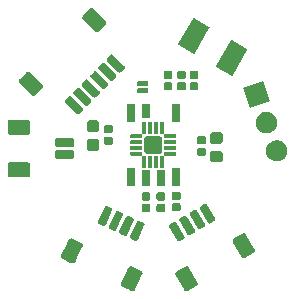
<source format=gbr>
%TF.GenerationSoftware,KiCad,Pcbnew,(5.1.5)-3*%
%TF.CreationDate,2021-10-31T01:47:11+08:00*%
%TF.ProjectId,STM32_FOC,53544d33-325f-4464-9f43-2e6b69636164,rev?*%
%TF.SameCoordinates,Original*%
%TF.FileFunction,Soldermask,Bot*%
%TF.FilePolarity,Negative*%
%FSLAX46Y46*%
G04 Gerber Fmt 4.6, Leading zero omitted, Abs format (unit mm)*
G04 Created by KiCad (PCBNEW (5.1.5)-3) date 2021-10-31 01:47:11*
%MOMM*%
%LPD*%
G04 APERTURE LIST*
%ADD10C,0.100000*%
G04 APERTURE END LIST*
D10*
G36*
X98181732Y-110282434D02*
G01*
X98228785Y-110298982D01*
X98282889Y-110324211D01*
X98941334Y-110631249D01*
X98941339Y-110631252D01*
X98965542Y-110642538D01*
X99008461Y-110667945D01*
X99043764Y-110699592D01*
X99072211Y-110737516D01*
X99092716Y-110780264D01*
X99104485Y-110826184D01*
X99107070Y-110873528D01*
X99100369Y-110920461D01*
X99083824Y-110967510D01*
X98741458Y-111701715D01*
X98497984Y-112223846D01*
X98497981Y-112223851D01*
X98486695Y-112248054D01*
X98461288Y-112290973D01*
X98429644Y-112326272D01*
X98391714Y-112354725D01*
X98348969Y-112375228D01*
X98303049Y-112386997D01*
X98255704Y-112389582D01*
X98208774Y-112382882D01*
X98161721Y-112366334D01*
X98057106Y-112317551D01*
X97449172Y-112034067D01*
X97449167Y-112034064D01*
X97424964Y-112022778D01*
X97382045Y-111997371D01*
X97346742Y-111965724D01*
X97318295Y-111927800D01*
X97297790Y-111885052D01*
X97286021Y-111839132D01*
X97283436Y-111791788D01*
X97290137Y-111744855D01*
X97306682Y-111697806D01*
X97713127Y-110826184D01*
X97892522Y-110441470D01*
X97892525Y-110441465D01*
X97903811Y-110417262D01*
X97929218Y-110374343D01*
X97960862Y-110339044D01*
X97998792Y-110310591D01*
X98041537Y-110290088D01*
X98087457Y-110278319D01*
X98134802Y-110275734D01*
X98181732Y-110282434D01*
G37*
G36*
X102874895Y-110271798D02*
G01*
X102919267Y-110288499D01*
X102959524Y-110313532D01*
X102994129Y-110345943D01*
X103023185Y-110386491D01*
X103036533Y-110409610D01*
X103036537Y-110409616D01*
X103716288Y-111586979D01*
X103716294Y-111586991D01*
X103729640Y-111610108D01*
X103750226Y-111655541D01*
X103760992Y-111701715D01*
X103762544Y-111749097D01*
X103754821Y-111795872D01*
X103738120Y-111840244D01*
X103713087Y-111880501D01*
X103680676Y-111915106D01*
X103640132Y-111944159D01*
X103617006Y-111957511D01*
X103617003Y-111957513D01*
X102959254Y-112337264D01*
X102936122Y-112350619D01*
X102890694Y-112371203D01*
X102844520Y-112381969D01*
X102797138Y-112383521D01*
X102750363Y-112375798D01*
X102705991Y-112359097D01*
X102665734Y-112334064D01*
X102631129Y-112301653D01*
X102602073Y-112261105D01*
X102588725Y-112237986D01*
X102588721Y-112237980D01*
X101908970Y-111060617D01*
X101908964Y-111060605D01*
X101895618Y-111037488D01*
X101875032Y-110992055D01*
X101864266Y-110945881D01*
X101862714Y-110898499D01*
X101870437Y-110851724D01*
X101887138Y-110807352D01*
X101912171Y-110767095D01*
X101944582Y-110732490D01*
X101985126Y-110703437D01*
X102008252Y-110690085D01*
X102008255Y-110690083D01*
X102666004Y-110310332D01*
X102666006Y-110310331D01*
X102689136Y-110296977D01*
X102734564Y-110276393D01*
X102780738Y-110265627D01*
X102828120Y-110264075D01*
X102874895Y-110271798D01*
G37*
G36*
X93106408Y-107915772D02*
G01*
X93153461Y-107932320D01*
X93181803Y-107945536D01*
X93866010Y-108264587D01*
X93866015Y-108264590D01*
X93890218Y-108275876D01*
X93933137Y-108301283D01*
X93968440Y-108332930D01*
X93996887Y-108370854D01*
X94017392Y-108413602D01*
X94029161Y-108459522D01*
X94031746Y-108506866D01*
X94025045Y-108553799D01*
X94008500Y-108600848D01*
X93655854Y-109357098D01*
X93422660Y-109857184D01*
X93422657Y-109857189D01*
X93411371Y-109881392D01*
X93385964Y-109924311D01*
X93354320Y-109959610D01*
X93316390Y-109988063D01*
X93273645Y-110008566D01*
X93227725Y-110020335D01*
X93180380Y-110022920D01*
X93133450Y-110016220D01*
X93086397Y-109999672D01*
X92989192Y-109954344D01*
X92373848Y-109667405D01*
X92373843Y-109667402D01*
X92349640Y-109656116D01*
X92306721Y-109630709D01*
X92271418Y-109599062D01*
X92242971Y-109561138D01*
X92222466Y-109518390D01*
X92210697Y-109472470D01*
X92208112Y-109425126D01*
X92214813Y-109378193D01*
X92231358Y-109331144D01*
X92679150Y-108370854D01*
X92817198Y-108074808D01*
X92817201Y-108074803D01*
X92828487Y-108050600D01*
X92853894Y-108007681D01*
X92885538Y-107972382D01*
X92923468Y-107943929D01*
X92966213Y-107923426D01*
X93012133Y-107911657D01*
X93059478Y-107909072D01*
X93106408Y-107915772D01*
G37*
G36*
X107724637Y-107471798D02*
G01*
X107769009Y-107488499D01*
X107809266Y-107513532D01*
X107843871Y-107545943D01*
X107872927Y-107586491D01*
X107886275Y-107609610D01*
X107886279Y-107609616D01*
X108566030Y-108786979D01*
X108566036Y-108786991D01*
X108579382Y-108810108D01*
X108599968Y-108855541D01*
X108610734Y-108901715D01*
X108612286Y-108949097D01*
X108604563Y-108995872D01*
X108587862Y-109040244D01*
X108562829Y-109080501D01*
X108530418Y-109115106D01*
X108489874Y-109144159D01*
X108466748Y-109157511D01*
X108466745Y-109157513D01*
X107808996Y-109537264D01*
X107785864Y-109550619D01*
X107740436Y-109571203D01*
X107694262Y-109581969D01*
X107646880Y-109583521D01*
X107600105Y-109575798D01*
X107555733Y-109559097D01*
X107515476Y-109534064D01*
X107480871Y-109501653D01*
X107451815Y-109461105D01*
X107438467Y-109437986D01*
X107438463Y-109437980D01*
X106758712Y-108260617D01*
X106758706Y-108260605D01*
X106745360Y-108237488D01*
X106724774Y-108192055D01*
X106714008Y-108145881D01*
X106712456Y-108098499D01*
X106720179Y-108051724D01*
X106736880Y-108007352D01*
X106761913Y-107967095D01*
X106794324Y-107932490D01*
X106834868Y-107903437D01*
X106857994Y-107890085D01*
X106857997Y-107890083D01*
X107515746Y-107510332D01*
X107515748Y-107510331D01*
X107538878Y-107496977D01*
X107584306Y-107476393D01*
X107630480Y-107465627D01*
X107677862Y-107464075D01*
X107724637Y-107471798D01*
G37*
G36*
X101875741Y-106487561D02*
G01*
X101903305Y-106497935D01*
X101928323Y-106513492D01*
X101949819Y-106533626D01*
X101968415Y-106559577D01*
X102641459Y-107725323D01*
X102654634Y-107754399D01*
X102661323Y-107783088D01*
X102662287Y-107812525D01*
X102657488Y-107841590D01*
X102647114Y-107869154D01*
X102631557Y-107894172D01*
X102611423Y-107915668D01*
X102585472Y-107934264D01*
X102565952Y-107945534D01*
X102565949Y-107945536D01*
X102261975Y-108121036D01*
X102261969Y-108121039D01*
X102242450Y-108132308D01*
X102213374Y-108145483D01*
X102184685Y-108152172D01*
X102155248Y-108153136D01*
X102126183Y-108148337D01*
X102098619Y-108137963D01*
X102073601Y-108122406D01*
X102052105Y-108102272D01*
X102033509Y-108076321D01*
X101360465Y-106910575D01*
X101347290Y-106881499D01*
X101340601Y-106852810D01*
X101339637Y-106823373D01*
X101344436Y-106794308D01*
X101354810Y-106766744D01*
X101370367Y-106741726D01*
X101390501Y-106720230D01*
X101416452Y-106701634D01*
X101435972Y-106690364D01*
X101435975Y-106690362D01*
X101739949Y-106514862D01*
X101739955Y-106514859D01*
X101759474Y-106503590D01*
X101788550Y-106490415D01*
X101817239Y-106483726D01*
X101846676Y-106482762D01*
X101875741Y-106487561D01*
G37*
G36*
X98794173Y-106428413D02*
G01*
X98824300Y-106439008D01*
X99183265Y-106606396D01*
X99210741Y-106622662D01*
X99232674Y-106642324D01*
X99250349Y-106665887D01*
X99263087Y-106692444D01*
X99270400Y-106720975D01*
X99272006Y-106750393D01*
X99267843Y-106779552D01*
X99257252Y-106809668D01*
X98688376Y-108029628D01*
X98672108Y-108057108D01*
X98652448Y-108079039D01*
X98628885Y-108096715D01*
X98602326Y-108109454D01*
X98573792Y-108116766D01*
X98544376Y-108118373D01*
X98515223Y-108114211D01*
X98485096Y-108103616D01*
X98126131Y-107936228D01*
X98098655Y-107919962D01*
X98076722Y-107900300D01*
X98059047Y-107876737D01*
X98046309Y-107850180D01*
X98038996Y-107821649D01*
X98037390Y-107792231D01*
X98041553Y-107763072D01*
X98052144Y-107732956D01*
X98621020Y-106512996D01*
X98637288Y-106485516D01*
X98656948Y-106463585D01*
X98680511Y-106445909D01*
X98707070Y-106433170D01*
X98735604Y-106425858D01*
X98765020Y-106424251D01*
X98794173Y-106428413D01*
G37*
G36*
X97887865Y-106005795D02*
G01*
X97917992Y-106016390D01*
X98276957Y-106183778D01*
X98304433Y-106200044D01*
X98326366Y-106219706D01*
X98344041Y-106243269D01*
X98356779Y-106269826D01*
X98364092Y-106298357D01*
X98365698Y-106327775D01*
X98361535Y-106356934D01*
X98350944Y-106387050D01*
X97782068Y-107607010D01*
X97765800Y-107634490D01*
X97746140Y-107656421D01*
X97722577Y-107674097D01*
X97696018Y-107686836D01*
X97667484Y-107694148D01*
X97638068Y-107695755D01*
X97608915Y-107691593D01*
X97578788Y-107680998D01*
X97219823Y-107513610D01*
X97192347Y-107497344D01*
X97170414Y-107477682D01*
X97152739Y-107454119D01*
X97140001Y-107427562D01*
X97132688Y-107399031D01*
X97131082Y-107369613D01*
X97135245Y-107340454D01*
X97145836Y-107310338D01*
X97714712Y-106090378D01*
X97730980Y-106062898D01*
X97750640Y-106040967D01*
X97774203Y-106023291D01*
X97800762Y-106010552D01*
X97829296Y-106003240D01*
X97858712Y-106001633D01*
X97887865Y-106005795D01*
G37*
G36*
X102741766Y-105987561D02*
G01*
X102769330Y-105997935D01*
X102794348Y-106013492D01*
X102815844Y-106033626D01*
X102834440Y-106059577D01*
X103507484Y-107225323D01*
X103520659Y-107254399D01*
X103527348Y-107283088D01*
X103528312Y-107312525D01*
X103523513Y-107341590D01*
X103513139Y-107369154D01*
X103497582Y-107394172D01*
X103477448Y-107415668D01*
X103451497Y-107434264D01*
X103431977Y-107445534D01*
X103431974Y-107445536D01*
X103128000Y-107621036D01*
X103127994Y-107621039D01*
X103108475Y-107632308D01*
X103079399Y-107645483D01*
X103050710Y-107652172D01*
X103021273Y-107653136D01*
X102992208Y-107648337D01*
X102964644Y-107637963D01*
X102939626Y-107622406D01*
X102918130Y-107602272D01*
X102899534Y-107576321D01*
X102226490Y-106410575D01*
X102213315Y-106381499D01*
X102206626Y-106352810D01*
X102205662Y-106323373D01*
X102210461Y-106294308D01*
X102220835Y-106266744D01*
X102236392Y-106241726D01*
X102256526Y-106220230D01*
X102282477Y-106201634D01*
X102301997Y-106190364D01*
X102302000Y-106190362D01*
X102605974Y-106014862D01*
X102605980Y-106014859D01*
X102625499Y-106003590D01*
X102654575Y-105990415D01*
X102683264Y-105983726D01*
X102712701Y-105982762D01*
X102741766Y-105987561D01*
G37*
G36*
X96981558Y-105583176D02*
G01*
X97011685Y-105593771D01*
X97370650Y-105761159D01*
X97398126Y-105777425D01*
X97420059Y-105797087D01*
X97437734Y-105820650D01*
X97450472Y-105847207D01*
X97457785Y-105875738D01*
X97459391Y-105905156D01*
X97455228Y-105934315D01*
X97444637Y-105964431D01*
X96875761Y-107184391D01*
X96859493Y-107211871D01*
X96839833Y-107233802D01*
X96816270Y-107251478D01*
X96789711Y-107264217D01*
X96761177Y-107271529D01*
X96731761Y-107273136D01*
X96702608Y-107268974D01*
X96672481Y-107258379D01*
X96313516Y-107090991D01*
X96286040Y-107074725D01*
X96264107Y-107055063D01*
X96246432Y-107031500D01*
X96233694Y-107004943D01*
X96226381Y-106976412D01*
X96224775Y-106946994D01*
X96228938Y-106917835D01*
X96239529Y-106887719D01*
X96808405Y-105667759D01*
X96824673Y-105640279D01*
X96844333Y-105618348D01*
X96867896Y-105600672D01*
X96894455Y-105587933D01*
X96922989Y-105580621D01*
X96952405Y-105579014D01*
X96981558Y-105583176D01*
G37*
G36*
X103607792Y-105487561D02*
G01*
X103635356Y-105497935D01*
X103660374Y-105513492D01*
X103681870Y-105533626D01*
X103700466Y-105559577D01*
X104373510Y-106725323D01*
X104386685Y-106754399D01*
X104393374Y-106783088D01*
X104394338Y-106812525D01*
X104389539Y-106841590D01*
X104379165Y-106869154D01*
X104363608Y-106894172D01*
X104343474Y-106915668D01*
X104317523Y-106934264D01*
X104298003Y-106945534D01*
X104298000Y-106945536D01*
X103994026Y-107121036D01*
X103994020Y-107121039D01*
X103974501Y-107132308D01*
X103945425Y-107145483D01*
X103916736Y-107152172D01*
X103887299Y-107153136D01*
X103858234Y-107148337D01*
X103830670Y-107137963D01*
X103805652Y-107122406D01*
X103784156Y-107102272D01*
X103765560Y-107076321D01*
X103092516Y-105910575D01*
X103079341Y-105881499D01*
X103072652Y-105852810D01*
X103071688Y-105823373D01*
X103076487Y-105794308D01*
X103086861Y-105766744D01*
X103102418Y-105741726D01*
X103122552Y-105720230D01*
X103148503Y-105701634D01*
X103168023Y-105690364D01*
X103168026Y-105690362D01*
X103472000Y-105514862D01*
X103472006Y-105514859D01*
X103491525Y-105503590D01*
X103520601Y-105490415D01*
X103549290Y-105483726D01*
X103578727Y-105482762D01*
X103607792Y-105487561D01*
G37*
G36*
X96075250Y-105160558D02*
G01*
X96105377Y-105171153D01*
X96464342Y-105338541D01*
X96491818Y-105354807D01*
X96513751Y-105374469D01*
X96531426Y-105398032D01*
X96544164Y-105424589D01*
X96551477Y-105453120D01*
X96553083Y-105482538D01*
X96548920Y-105511697D01*
X96538329Y-105541813D01*
X95969453Y-106761773D01*
X95953185Y-106789253D01*
X95933525Y-106811184D01*
X95909962Y-106828860D01*
X95883403Y-106841599D01*
X95854869Y-106848911D01*
X95825453Y-106850518D01*
X95796300Y-106846356D01*
X95766173Y-106835761D01*
X95407208Y-106668373D01*
X95379732Y-106652107D01*
X95357799Y-106632445D01*
X95340124Y-106608882D01*
X95327386Y-106582325D01*
X95320073Y-106553794D01*
X95318467Y-106524376D01*
X95322630Y-106495217D01*
X95333221Y-106465101D01*
X95902097Y-105245141D01*
X95918365Y-105217661D01*
X95938025Y-105195730D01*
X95961588Y-105178054D01*
X95988147Y-105165315D01*
X96016681Y-105158003D01*
X96046097Y-105156396D01*
X96075250Y-105160558D01*
G37*
G36*
X104473817Y-104987561D02*
G01*
X104501381Y-104997935D01*
X104526399Y-105013492D01*
X104547895Y-105033626D01*
X104566491Y-105059577D01*
X105239535Y-106225323D01*
X105252710Y-106254399D01*
X105259399Y-106283088D01*
X105260363Y-106312525D01*
X105255564Y-106341590D01*
X105245190Y-106369154D01*
X105229633Y-106394172D01*
X105209499Y-106415668D01*
X105183548Y-106434264D01*
X105164028Y-106445534D01*
X105164025Y-106445536D01*
X104860051Y-106621036D01*
X104860045Y-106621039D01*
X104840526Y-106632308D01*
X104811450Y-106645483D01*
X104782761Y-106652172D01*
X104753324Y-106653136D01*
X104724259Y-106648337D01*
X104696695Y-106637963D01*
X104671677Y-106622406D01*
X104650181Y-106602272D01*
X104631585Y-106576321D01*
X103958541Y-105410575D01*
X103945366Y-105381499D01*
X103938677Y-105352810D01*
X103937713Y-105323373D01*
X103942512Y-105294308D01*
X103952886Y-105266744D01*
X103968443Y-105241726D01*
X103988577Y-105220230D01*
X104014528Y-105201634D01*
X104034048Y-105190364D01*
X104034051Y-105190362D01*
X104338025Y-105014862D01*
X104338031Y-105014859D01*
X104357550Y-105003590D01*
X104386626Y-104990415D01*
X104415315Y-104983726D01*
X104444752Y-104982762D01*
X104473817Y-104987561D01*
G37*
G36*
X99651824Y-104992080D02*
G01*
X99679545Y-105000490D01*
X99705089Y-105014144D01*
X99727480Y-105032520D01*
X99745856Y-105054911D01*
X99759510Y-105080455D01*
X99767920Y-105108176D01*
X99771000Y-105139453D01*
X99771000Y-105530547D01*
X99767920Y-105561824D01*
X99759510Y-105589545D01*
X99745856Y-105615089D01*
X99727480Y-105637480D01*
X99705089Y-105655856D01*
X99679545Y-105669510D01*
X99651824Y-105677920D01*
X99620547Y-105681000D01*
X99179453Y-105681000D01*
X99148176Y-105677920D01*
X99120455Y-105669510D01*
X99094911Y-105655856D01*
X99072520Y-105637480D01*
X99054144Y-105615089D01*
X99040490Y-105589545D01*
X99032080Y-105561824D01*
X99029000Y-105530547D01*
X99029000Y-105139453D01*
X99032080Y-105108176D01*
X99040490Y-105080455D01*
X99054144Y-105054911D01*
X99072520Y-105032520D01*
X99094911Y-105014144D01*
X99120455Y-105000490D01*
X99148176Y-104992080D01*
X99179453Y-104989000D01*
X99620547Y-104989000D01*
X99651824Y-104992080D01*
G37*
G36*
X100901824Y-104992080D02*
G01*
X100929545Y-105000490D01*
X100955089Y-105014144D01*
X100977480Y-105032520D01*
X100995856Y-105054911D01*
X101009510Y-105080455D01*
X101017920Y-105108176D01*
X101021000Y-105139453D01*
X101021000Y-105530547D01*
X101017920Y-105561824D01*
X101009510Y-105589545D01*
X100995856Y-105615089D01*
X100977480Y-105637480D01*
X100955089Y-105655856D01*
X100929545Y-105669510D01*
X100901824Y-105677920D01*
X100870547Y-105681000D01*
X100429453Y-105681000D01*
X100398176Y-105677920D01*
X100370455Y-105669510D01*
X100344911Y-105655856D01*
X100322520Y-105637480D01*
X100304144Y-105615089D01*
X100290490Y-105589545D01*
X100282080Y-105561824D01*
X100279000Y-105530547D01*
X100279000Y-105139453D01*
X100282080Y-105108176D01*
X100290490Y-105080455D01*
X100304144Y-105054911D01*
X100322520Y-105032520D01*
X100344911Y-105014144D01*
X100370455Y-105000490D01*
X100398176Y-104992080D01*
X100429453Y-104989000D01*
X100870547Y-104989000D01*
X100901824Y-104992080D01*
G37*
G36*
X102201824Y-104942080D02*
G01*
X102229545Y-104950490D01*
X102255089Y-104964144D01*
X102277480Y-104982520D01*
X102295856Y-105004911D01*
X102309510Y-105030455D01*
X102317920Y-105058176D01*
X102321000Y-105089453D01*
X102321000Y-105480547D01*
X102317920Y-105511824D01*
X102309510Y-105539545D01*
X102295856Y-105565089D01*
X102277480Y-105587480D01*
X102255089Y-105605856D01*
X102229545Y-105619510D01*
X102201824Y-105627920D01*
X102170547Y-105631000D01*
X101729453Y-105631000D01*
X101698176Y-105627920D01*
X101670455Y-105619510D01*
X101644911Y-105605856D01*
X101622520Y-105587480D01*
X101604144Y-105565089D01*
X101590490Y-105539545D01*
X101582080Y-105511824D01*
X101579000Y-105480547D01*
X101579000Y-105089453D01*
X101582080Y-105058176D01*
X101590490Y-105030455D01*
X101604144Y-105004911D01*
X101622520Y-104982520D01*
X101644911Y-104964144D01*
X101670455Y-104950490D01*
X101698176Y-104942080D01*
X101729453Y-104939000D01*
X102170547Y-104939000D01*
X102201824Y-104942080D01*
G37*
G36*
X99651824Y-104022080D02*
G01*
X99679545Y-104030490D01*
X99705089Y-104044144D01*
X99727480Y-104062520D01*
X99745856Y-104084911D01*
X99759510Y-104110455D01*
X99767920Y-104138176D01*
X99771000Y-104169453D01*
X99771000Y-104560547D01*
X99767920Y-104591824D01*
X99759510Y-104619545D01*
X99745856Y-104645089D01*
X99727480Y-104667480D01*
X99705089Y-104685856D01*
X99679545Y-104699510D01*
X99651824Y-104707920D01*
X99620547Y-104711000D01*
X99179453Y-104711000D01*
X99148176Y-104707920D01*
X99120455Y-104699510D01*
X99094911Y-104685856D01*
X99072520Y-104667480D01*
X99054144Y-104645089D01*
X99040490Y-104619545D01*
X99032080Y-104591824D01*
X99029000Y-104560547D01*
X99029000Y-104169453D01*
X99032080Y-104138176D01*
X99040490Y-104110455D01*
X99054144Y-104084911D01*
X99072520Y-104062520D01*
X99094911Y-104044144D01*
X99120455Y-104030490D01*
X99148176Y-104022080D01*
X99179453Y-104019000D01*
X99620547Y-104019000D01*
X99651824Y-104022080D01*
G37*
G36*
X100901824Y-104022080D02*
G01*
X100929545Y-104030490D01*
X100955089Y-104044144D01*
X100977480Y-104062520D01*
X100995856Y-104084911D01*
X101009510Y-104110455D01*
X101017920Y-104138176D01*
X101021000Y-104169453D01*
X101021000Y-104560547D01*
X101017920Y-104591824D01*
X101009510Y-104619545D01*
X100995856Y-104645089D01*
X100977480Y-104667480D01*
X100955089Y-104685856D01*
X100929545Y-104699510D01*
X100901824Y-104707920D01*
X100870547Y-104711000D01*
X100429453Y-104711000D01*
X100398176Y-104707920D01*
X100370455Y-104699510D01*
X100344911Y-104685856D01*
X100322520Y-104667480D01*
X100304144Y-104645089D01*
X100290490Y-104619545D01*
X100282080Y-104591824D01*
X100279000Y-104560547D01*
X100279000Y-104169453D01*
X100282080Y-104138176D01*
X100290490Y-104110455D01*
X100304144Y-104084911D01*
X100322520Y-104062520D01*
X100344911Y-104044144D01*
X100370455Y-104030490D01*
X100398176Y-104022080D01*
X100429453Y-104019000D01*
X100870547Y-104019000D01*
X100901824Y-104022080D01*
G37*
G36*
X102201824Y-103972080D02*
G01*
X102229545Y-103980490D01*
X102255089Y-103994144D01*
X102277480Y-104012520D01*
X102295856Y-104034911D01*
X102309510Y-104060455D01*
X102317920Y-104088176D01*
X102321000Y-104119453D01*
X102321000Y-104510547D01*
X102317920Y-104541824D01*
X102309510Y-104569545D01*
X102295856Y-104595089D01*
X102277480Y-104617480D01*
X102255089Y-104635856D01*
X102229545Y-104649510D01*
X102201824Y-104657920D01*
X102170547Y-104661000D01*
X101729453Y-104661000D01*
X101698176Y-104657920D01*
X101670455Y-104649510D01*
X101644911Y-104635856D01*
X101622520Y-104617480D01*
X101604144Y-104595089D01*
X101590490Y-104569545D01*
X101582080Y-104541824D01*
X101579000Y-104510547D01*
X101579000Y-104119453D01*
X101582080Y-104088176D01*
X101590490Y-104060455D01*
X101604144Y-104034911D01*
X101622520Y-104012520D01*
X101644911Y-103994144D01*
X101670455Y-103980490D01*
X101698176Y-103972080D01*
X101729453Y-103969000D01*
X102170547Y-103969000D01*
X102201824Y-103972080D01*
G37*
G36*
X100986000Y-103451000D02*
G01*
X100284000Y-103451000D01*
X100284000Y-102149000D01*
X100986000Y-102149000D01*
X100986000Y-103451000D01*
G37*
G36*
X99716000Y-103451000D02*
G01*
X99014000Y-103451000D01*
X99014000Y-102149000D01*
X99716000Y-102149000D01*
X99716000Y-103451000D01*
G37*
G36*
X98446000Y-103451000D02*
G01*
X97744000Y-103451000D01*
X97744000Y-101949000D01*
X98446000Y-101949000D01*
X98446000Y-103451000D01*
G37*
G36*
X102256000Y-103451000D02*
G01*
X101554000Y-103451000D01*
X101554000Y-101949000D01*
X102256000Y-101949000D01*
X102256000Y-103451000D01*
G37*
G36*
X89381097Y-101453888D02*
G01*
X89426465Y-101467650D01*
X89468276Y-101490000D01*
X89504924Y-101520076D01*
X89535000Y-101556724D01*
X89557350Y-101598535D01*
X89571112Y-101643903D01*
X89576000Y-101693537D01*
X89576000Y-102506463D01*
X89571112Y-102556097D01*
X89557350Y-102601465D01*
X89535000Y-102643276D01*
X89504924Y-102679924D01*
X89468276Y-102710000D01*
X89426465Y-102732350D01*
X89381097Y-102746112D01*
X89331463Y-102751000D01*
X87918537Y-102751000D01*
X87868903Y-102746112D01*
X87823535Y-102732350D01*
X87781724Y-102710000D01*
X87745076Y-102679924D01*
X87715000Y-102643276D01*
X87692650Y-102601465D01*
X87678888Y-102556097D01*
X87674000Y-102506463D01*
X87674000Y-101693537D01*
X87678888Y-101643903D01*
X87692650Y-101598535D01*
X87715000Y-101556724D01*
X87745076Y-101520076D01*
X87781724Y-101490000D01*
X87823535Y-101467650D01*
X87868903Y-101453888D01*
X87918537Y-101449000D01*
X89331463Y-101449000D01*
X89381097Y-101453888D01*
G37*
G36*
X100875240Y-100950447D02*
G01*
X100888562Y-100954489D01*
X100894649Y-100957010D01*
X100904262Y-100958923D01*
X100914064Y-100958923D01*
X100916576Y-100958424D01*
X100916077Y-100960932D01*
X100916077Y-100970734D01*
X100917988Y-100980347D01*
X100920512Y-100986439D01*
X100924553Y-100999760D01*
X100926000Y-101014453D01*
X100926000Y-101860547D01*
X100924553Y-101875240D01*
X100920980Y-101887019D01*
X100915182Y-101897865D01*
X100907376Y-101907376D01*
X100897865Y-101915182D01*
X100887019Y-101920980D01*
X100875240Y-101924553D01*
X100860547Y-101926000D01*
X100639453Y-101926000D01*
X100624760Y-101924553D01*
X100612981Y-101920980D01*
X100602135Y-101915182D01*
X100592624Y-101907376D01*
X100584818Y-101897865D01*
X100579020Y-101887019D01*
X100575447Y-101875240D01*
X100574000Y-101860547D01*
X100574000Y-101014453D01*
X100575447Y-100999760D01*
X100579020Y-100987981D01*
X100584818Y-100977135D01*
X100592624Y-100967624D01*
X100602135Y-100959818D01*
X100612981Y-100954020D01*
X100624760Y-100950447D01*
X100639453Y-100949000D01*
X100860547Y-100949000D01*
X100875240Y-100950447D01*
G37*
G36*
X100375240Y-100950447D02*
G01*
X100387019Y-100954020D01*
X100397865Y-100959818D01*
X100407376Y-100967624D01*
X100415182Y-100977135D01*
X100420980Y-100987981D01*
X100424553Y-100999760D01*
X100426000Y-101014453D01*
X100426000Y-101860547D01*
X100424553Y-101875240D01*
X100420980Y-101887019D01*
X100415182Y-101897865D01*
X100407376Y-101907376D01*
X100397865Y-101915182D01*
X100387019Y-101920980D01*
X100375240Y-101924553D01*
X100360547Y-101926000D01*
X100139453Y-101926000D01*
X100124760Y-101924553D01*
X100112981Y-101920980D01*
X100102135Y-101915182D01*
X100092624Y-101907376D01*
X100084818Y-101897865D01*
X100079020Y-101887019D01*
X100075447Y-101875240D01*
X100074000Y-101860547D01*
X100074000Y-101014453D01*
X100075447Y-100999760D01*
X100079020Y-100987981D01*
X100084818Y-100977135D01*
X100092624Y-100967624D01*
X100102135Y-100959818D01*
X100112981Y-100954020D01*
X100124760Y-100950447D01*
X100139453Y-100949000D01*
X100360547Y-100949000D01*
X100375240Y-100950447D01*
G37*
G36*
X99375240Y-100950447D02*
G01*
X99387019Y-100954020D01*
X99397865Y-100959818D01*
X99407376Y-100967624D01*
X99415182Y-100977135D01*
X99420980Y-100987981D01*
X99424553Y-100999760D01*
X99426000Y-101014453D01*
X99426000Y-101860547D01*
X99424553Y-101875240D01*
X99420980Y-101887019D01*
X99415182Y-101897865D01*
X99407376Y-101907376D01*
X99397865Y-101915182D01*
X99387019Y-101920980D01*
X99375240Y-101924553D01*
X99360547Y-101926000D01*
X99139453Y-101926000D01*
X99124760Y-101924553D01*
X99112981Y-101920980D01*
X99102135Y-101915182D01*
X99092624Y-101907376D01*
X99084818Y-101897865D01*
X99079020Y-101887019D01*
X99075447Y-101875240D01*
X99074000Y-101860547D01*
X99074000Y-101014453D01*
X99075447Y-100999760D01*
X99079489Y-100986438D01*
X99082010Y-100980351D01*
X99083923Y-100970738D01*
X99083923Y-100960936D01*
X99083424Y-100958424D01*
X99085932Y-100958923D01*
X99095734Y-100958923D01*
X99105347Y-100957012D01*
X99111439Y-100954488D01*
X99124760Y-100950447D01*
X99139453Y-100949000D01*
X99360547Y-100949000D01*
X99375240Y-100950447D01*
G37*
G36*
X99875240Y-100950447D02*
G01*
X99887019Y-100954020D01*
X99897865Y-100959818D01*
X99907376Y-100967624D01*
X99915182Y-100977135D01*
X99920980Y-100987981D01*
X99924553Y-100999760D01*
X99926000Y-101014453D01*
X99926000Y-101860547D01*
X99924553Y-101875240D01*
X99920980Y-101887019D01*
X99915182Y-101897865D01*
X99907376Y-101907376D01*
X99897865Y-101915182D01*
X99887019Y-101920980D01*
X99875240Y-101924553D01*
X99860547Y-101926000D01*
X99639453Y-101926000D01*
X99624760Y-101924553D01*
X99612981Y-101920980D01*
X99602135Y-101915182D01*
X99592624Y-101907376D01*
X99584818Y-101897865D01*
X99579020Y-101887019D01*
X99575447Y-101875240D01*
X99574000Y-101860547D01*
X99574000Y-101014453D01*
X99575447Y-100999760D01*
X99579020Y-100987981D01*
X99584818Y-100977135D01*
X99592624Y-100967624D01*
X99602135Y-100959818D01*
X99612981Y-100954020D01*
X99624760Y-100950447D01*
X99639453Y-100949000D01*
X99860547Y-100949000D01*
X99875240Y-100950447D01*
G37*
G36*
X105699477Y-100503450D02*
G01*
X105740559Y-100515912D01*
X105778424Y-100536152D01*
X105811612Y-100563388D01*
X105838848Y-100596576D01*
X105859088Y-100634441D01*
X105871550Y-100675523D01*
X105876000Y-100720704D01*
X105876000Y-101254296D01*
X105871550Y-101299477D01*
X105859088Y-101340559D01*
X105838848Y-101378424D01*
X105811612Y-101411612D01*
X105778424Y-101438848D01*
X105740559Y-101459088D01*
X105699477Y-101471550D01*
X105654296Y-101476000D01*
X105045704Y-101476000D01*
X105000523Y-101471550D01*
X104959441Y-101459088D01*
X104921576Y-101438848D01*
X104888388Y-101411612D01*
X104861152Y-101378424D01*
X104840912Y-101340559D01*
X104828450Y-101299477D01*
X104824000Y-101254296D01*
X104824000Y-100720704D01*
X104828450Y-100675523D01*
X104840912Y-100634441D01*
X104861152Y-100596576D01*
X104888388Y-100563388D01*
X104921576Y-100536152D01*
X104959441Y-100515912D01*
X105000523Y-100503450D01*
X105045704Y-100499000D01*
X105654296Y-100499000D01*
X105699477Y-100503450D01*
G37*
G36*
X110565996Y-99596576D02*
G01*
X110720274Y-99627263D01*
X110884246Y-99695183D01*
X111031816Y-99793786D01*
X111157315Y-99919285D01*
X111255918Y-100066855D01*
X111323838Y-100230827D01*
X111358462Y-100404898D01*
X111358462Y-100582380D01*
X111323838Y-100756451D01*
X111255918Y-100920423D01*
X111157315Y-101067993D01*
X111031816Y-101193492D01*
X110884246Y-101292095D01*
X110720274Y-101360015D01*
X110567888Y-101390326D01*
X110546204Y-101394639D01*
X110368720Y-101394639D01*
X110347036Y-101390326D01*
X110194650Y-101360015D01*
X110030678Y-101292095D01*
X109883108Y-101193492D01*
X109757609Y-101067993D01*
X109659006Y-100920423D01*
X109591086Y-100756451D01*
X109556462Y-100582380D01*
X109556462Y-100404898D01*
X109591086Y-100230827D01*
X109659006Y-100066855D01*
X109757609Y-99919285D01*
X109883108Y-99793786D01*
X110030678Y-99695183D01*
X110194650Y-99627263D01*
X110348928Y-99596576D01*
X110368720Y-99592639D01*
X110546204Y-99592639D01*
X110565996Y-99596576D01*
G37*
G36*
X93204814Y-100452129D02*
G01*
X93233000Y-100460679D01*
X93258978Y-100474565D01*
X93281748Y-100493252D01*
X93300435Y-100516022D01*
X93314321Y-100542000D01*
X93322871Y-100570186D01*
X93326000Y-100601954D01*
X93326000Y-100998046D01*
X93322871Y-101029814D01*
X93314321Y-101058000D01*
X93300435Y-101083978D01*
X93281748Y-101106748D01*
X93258978Y-101125435D01*
X93233000Y-101139321D01*
X93204814Y-101147871D01*
X93173046Y-101151000D01*
X91826954Y-101151000D01*
X91795186Y-101147871D01*
X91767000Y-101139321D01*
X91741022Y-101125435D01*
X91718252Y-101106748D01*
X91699565Y-101083978D01*
X91685679Y-101058000D01*
X91677129Y-101029814D01*
X91674000Y-100998046D01*
X91674000Y-100601954D01*
X91677129Y-100570186D01*
X91685679Y-100542000D01*
X91699565Y-100516022D01*
X91718252Y-100493252D01*
X91741022Y-100474565D01*
X91767000Y-100460679D01*
X91795186Y-100452129D01*
X91826954Y-100449000D01*
X93173046Y-100449000D01*
X93204814Y-100452129D01*
G37*
G36*
X104351824Y-100242080D02*
G01*
X104379545Y-100250490D01*
X104405089Y-100264144D01*
X104427480Y-100282520D01*
X104445856Y-100304911D01*
X104459510Y-100330455D01*
X104467920Y-100358176D01*
X104471000Y-100389453D01*
X104471000Y-100780547D01*
X104467920Y-100811824D01*
X104459510Y-100839545D01*
X104445856Y-100865089D01*
X104427480Y-100887480D01*
X104405089Y-100905856D01*
X104379545Y-100919510D01*
X104351824Y-100927920D01*
X104320547Y-100931000D01*
X103879453Y-100931000D01*
X103848176Y-100927920D01*
X103820455Y-100919510D01*
X103794911Y-100905856D01*
X103772520Y-100887480D01*
X103754144Y-100865089D01*
X103740490Y-100839545D01*
X103732080Y-100811824D01*
X103729000Y-100780547D01*
X103729000Y-100389453D01*
X103732080Y-100358176D01*
X103740490Y-100330455D01*
X103754144Y-100304911D01*
X103772520Y-100282520D01*
X103794911Y-100264144D01*
X103820455Y-100250490D01*
X103848176Y-100242080D01*
X103879453Y-100239000D01*
X104320547Y-100239000D01*
X104351824Y-100242080D01*
G37*
G36*
X101875240Y-100575447D02*
G01*
X101887019Y-100579020D01*
X101897865Y-100584818D01*
X101907376Y-100592624D01*
X101915182Y-100602135D01*
X101920980Y-100612981D01*
X101924553Y-100624760D01*
X101926000Y-100639453D01*
X101926000Y-100860547D01*
X101924553Y-100875240D01*
X101920980Y-100887019D01*
X101915182Y-100897865D01*
X101907376Y-100907376D01*
X101897865Y-100915182D01*
X101887019Y-100920980D01*
X101875240Y-100924553D01*
X101860547Y-100926000D01*
X101014453Y-100926000D01*
X100999760Y-100924553D01*
X100986438Y-100920511D01*
X100980351Y-100917990D01*
X100970738Y-100916077D01*
X100960936Y-100916077D01*
X100958424Y-100916576D01*
X100958923Y-100914068D01*
X100958923Y-100904266D01*
X100957012Y-100894653D01*
X100954488Y-100888561D01*
X100950447Y-100875240D01*
X100949000Y-100860547D01*
X100949000Y-100639453D01*
X100950447Y-100624760D01*
X100954020Y-100612981D01*
X100959818Y-100602135D01*
X100967624Y-100592624D01*
X100977135Y-100584818D01*
X100987981Y-100579020D01*
X100999760Y-100575447D01*
X101014453Y-100574000D01*
X101860547Y-100574000D01*
X101875240Y-100575447D01*
G37*
G36*
X99000240Y-100575447D02*
G01*
X99012019Y-100579020D01*
X99022865Y-100584818D01*
X99032376Y-100592624D01*
X99040182Y-100602135D01*
X99045980Y-100612981D01*
X99049553Y-100624760D01*
X99051000Y-100639453D01*
X99051000Y-100860547D01*
X99049553Y-100875240D01*
X99045511Y-100888562D01*
X99042990Y-100894649D01*
X99041077Y-100904262D01*
X99041077Y-100914064D01*
X99041576Y-100916576D01*
X99039068Y-100916077D01*
X99029266Y-100916077D01*
X99019653Y-100917988D01*
X99013561Y-100920512D01*
X99000240Y-100924553D01*
X98985547Y-100926000D01*
X98139453Y-100926000D01*
X98124760Y-100924553D01*
X98112981Y-100920980D01*
X98102135Y-100915182D01*
X98092624Y-100907376D01*
X98084818Y-100897865D01*
X98079020Y-100887019D01*
X98075447Y-100875240D01*
X98074000Y-100860547D01*
X98074000Y-100639453D01*
X98075447Y-100624760D01*
X98079020Y-100612981D01*
X98084818Y-100602135D01*
X98092624Y-100592624D01*
X98102135Y-100584818D01*
X98112981Y-100579020D01*
X98124760Y-100575447D01*
X98139453Y-100574000D01*
X98985547Y-100574000D01*
X99000240Y-100575447D01*
G37*
G36*
X100569409Y-99253570D02*
G01*
X100611675Y-99266391D01*
X100650630Y-99287213D01*
X100684769Y-99315231D01*
X100712787Y-99349370D01*
X100733609Y-99388325D01*
X100746430Y-99430591D01*
X100751000Y-99476997D01*
X100751000Y-100523003D01*
X100746430Y-100569409D01*
X100733609Y-100611675D01*
X100712787Y-100650630D01*
X100684769Y-100684769D01*
X100650630Y-100712787D01*
X100611675Y-100733609D01*
X100569409Y-100746430D01*
X100523003Y-100751000D01*
X99476997Y-100751000D01*
X99430591Y-100746430D01*
X99388325Y-100733609D01*
X99349370Y-100712787D01*
X99315231Y-100684769D01*
X99287213Y-100650630D01*
X99266391Y-100611675D01*
X99253570Y-100569409D01*
X99249000Y-100523003D01*
X99249000Y-99476997D01*
X99253570Y-99430591D01*
X99266391Y-99388325D01*
X99287213Y-99349370D01*
X99315231Y-99315231D01*
X99349370Y-99287213D01*
X99388325Y-99266391D01*
X99430591Y-99253570D01*
X99476997Y-99249000D01*
X100523003Y-99249000D01*
X100569409Y-99253570D01*
G37*
G36*
X95249477Y-99503450D02*
G01*
X95290559Y-99515912D01*
X95328424Y-99536152D01*
X95361612Y-99563388D01*
X95388848Y-99596576D01*
X95409088Y-99634441D01*
X95421550Y-99675523D01*
X95426000Y-99720704D01*
X95426000Y-100254296D01*
X95421550Y-100299477D01*
X95409088Y-100340559D01*
X95388848Y-100378424D01*
X95361612Y-100411612D01*
X95328424Y-100438848D01*
X95290559Y-100459088D01*
X95249477Y-100471550D01*
X95204296Y-100476000D01*
X94595704Y-100476000D01*
X94550523Y-100471550D01*
X94509441Y-100459088D01*
X94471576Y-100438848D01*
X94438388Y-100411612D01*
X94411152Y-100378424D01*
X94390912Y-100340559D01*
X94378450Y-100299477D01*
X94374000Y-100254296D01*
X94374000Y-99720704D01*
X94378450Y-99675523D01*
X94390912Y-99634441D01*
X94411152Y-99596576D01*
X94438388Y-99563388D01*
X94471576Y-99536152D01*
X94509441Y-99515912D01*
X94550523Y-99503450D01*
X94595704Y-99499000D01*
X95204296Y-99499000D01*
X95249477Y-99503450D01*
G37*
G36*
X101875240Y-100075447D02*
G01*
X101887019Y-100079020D01*
X101897865Y-100084818D01*
X101907376Y-100092624D01*
X101915182Y-100102135D01*
X101920980Y-100112981D01*
X101924553Y-100124760D01*
X101926000Y-100139453D01*
X101926000Y-100360547D01*
X101924553Y-100375240D01*
X101920980Y-100387019D01*
X101915182Y-100397865D01*
X101907376Y-100407376D01*
X101897865Y-100415182D01*
X101887019Y-100420980D01*
X101875240Y-100424553D01*
X101860547Y-100426000D01*
X101014453Y-100426000D01*
X100999760Y-100424553D01*
X100987981Y-100420980D01*
X100977135Y-100415182D01*
X100967624Y-100407376D01*
X100959818Y-100397865D01*
X100954020Y-100387019D01*
X100950447Y-100375240D01*
X100949000Y-100360547D01*
X100949000Y-100139453D01*
X100950447Y-100124760D01*
X100954020Y-100112981D01*
X100959818Y-100102135D01*
X100967624Y-100092624D01*
X100977135Y-100084818D01*
X100987981Y-100079020D01*
X100999760Y-100075447D01*
X101014453Y-100074000D01*
X101860547Y-100074000D01*
X101875240Y-100075447D01*
G37*
G36*
X99000240Y-100075447D02*
G01*
X99012019Y-100079020D01*
X99022865Y-100084818D01*
X99032376Y-100092624D01*
X99040182Y-100102135D01*
X99045980Y-100112981D01*
X99049553Y-100124760D01*
X99051000Y-100139453D01*
X99051000Y-100360547D01*
X99049553Y-100375240D01*
X99045980Y-100387019D01*
X99040182Y-100397865D01*
X99032376Y-100407376D01*
X99022865Y-100415182D01*
X99012019Y-100420980D01*
X99000240Y-100424553D01*
X98985547Y-100426000D01*
X98139453Y-100426000D01*
X98124760Y-100424553D01*
X98112981Y-100420980D01*
X98102135Y-100415182D01*
X98092624Y-100407376D01*
X98084818Y-100397865D01*
X98079020Y-100387019D01*
X98075447Y-100375240D01*
X98074000Y-100360547D01*
X98074000Y-100139453D01*
X98075447Y-100124760D01*
X98079020Y-100112981D01*
X98084818Y-100102135D01*
X98092624Y-100092624D01*
X98102135Y-100084818D01*
X98112981Y-100079020D01*
X98124760Y-100075447D01*
X98139453Y-100074000D01*
X98985547Y-100074000D01*
X99000240Y-100075447D01*
G37*
G36*
X93204814Y-99452129D02*
G01*
X93233000Y-99460679D01*
X93258978Y-99474565D01*
X93281748Y-99493252D01*
X93300435Y-99516022D01*
X93314321Y-99542000D01*
X93322871Y-99570186D01*
X93326000Y-99601954D01*
X93326000Y-99998046D01*
X93322871Y-100029814D01*
X93314321Y-100058000D01*
X93300435Y-100083978D01*
X93281748Y-100106748D01*
X93258978Y-100125435D01*
X93233000Y-100139321D01*
X93204814Y-100147871D01*
X93173046Y-100151000D01*
X91826954Y-100151000D01*
X91795186Y-100147871D01*
X91767000Y-100139321D01*
X91741022Y-100125435D01*
X91718252Y-100106748D01*
X91699565Y-100083978D01*
X91685679Y-100058000D01*
X91677129Y-100029814D01*
X91674000Y-99998046D01*
X91674000Y-99601954D01*
X91677129Y-99570186D01*
X91685679Y-99542000D01*
X91699565Y-99516022D01*
X91718252Y-99493252D01*
X91741022Y-99474565D01*
X91767000Y-99460679D01*
X91795186Y-99452129D01*
X91826954Y-99449000D01*
X93173046Y-99449000D01*
X93204814Y-99452129D01*
G37*
G36*
X96451824Y-99292080D02*
G01*
X96479545Y-99300490D01*
X96505089Y-99314144D01*
X96527480Y-99332520D01*
X96545856Y-99354911D01*
X96559510Y-99380455D01*
X96567920Y-99408176D01*
X96571000Y-99439453D01*
X96571000Y-99830547D01*
X96567920Y-99861824D01*
X96559510Y-99889545D01*
X96545856Y-99915089D01*
X96527480Y-99937480D01*
X96505089Y-99955856D01*
X96479545Y-99969510D01*
X96451824Y-99977920D01*
X96420547Y-99981000D01*
X95979453Y-99981000D01*
X95948176Y-99977920D01*
X95920455Y-99969510D01*
X95894911Y-99955856D01*
X95872520Y-99937480D01*
X95854144Y-99915089D01*
X95840490Y-99889545D01*
X95832080Y-99861824D01*
X95829000Y-99830547D01*
X95829000Y-99439453D01*
X95832080Y-99408176D01*
X95840490Y-99380455D01*
X95854144Y-99354911D01*
X95872520Y-99332520D01*
X95894911Y-99314144D01*
X95920455Y-99300490D01*
X95948176Y-99292080D01*
X95979453Y-99289000D01*
X96420547Y-99289000D01*
X96451824Y-99292080D01*
G37*
G36*
X104351824Y-99272080D02*
G01*
X104379545Y-99280490D01*
X104405089Y-99294144D01*
X104427480Y-99312520D01*
X104445856Y-99334911D01*
X104459510Y-99360455D01*
X104467920Y-99388176D01*
X104471000Y-99419453D01*
X104471000Y-99810547D01*
X104467920Y-99841824D01*
X104459510Y-99869545D01*
X104445856Y-99895089D01*
X104427480Y-99917480D01*
X104405089Y-99935856D01*
X104379545Y-99949510D01*
X104351824Y-99957920D01*
X104320547Y-99961000D01*
X103879453Y-99961000D01*
X103848176Y-99957920D01*
X103820455Y-99949510D01*
X103794911Y-99935856D01*
X103772520Y-99917480D01*
X103754144Y-99895089D01*
X103740490Y-99869545D01*
X103732080Y-99841824D01*
X103729000Y-99810547D01*
X103729000Y-99419453D01*
X103732080Y-99388176D01*
X103740490Y-99360455D01*
X103754144Y-99334911D01*
X103772520Y-99312520D01*
X103794911Y-99294144D01*
X103820455Y-99280490D01*
X103848176Y-99272080D01*
X103879453Y-99269000D01*
X104320547Y-99269000D01*
X104351824Y-99272080D01*
G37*
G36*
X101875240Y-99575447D02*
G01*
X101887019Y-99579020D01*
X101897865Y-99584818D01*
X101907376Y-99592624D01*
X101915182Y-99602135D01*
X101920980Y-99612981D01*
X101924553Y-99624760D01*
X101926000Y-99639453D01*
X101926000Y-99860547D01*
X101924553Y-99875240D01*
X101920980Y-99887019D01*
X101915182Y-99897865D01*
X101907376Y-99907376D01*
X101897865Y-99915182D01*
X101887019Y-99920980D01*
X101875240Y-99924553D01*
X101860547Y-99926000D01*
X101014453Y-99926000D01*
X100999760Y-99924553D01*
X100987981Y-99920980D01*
X100977135Y-99915182D01*
X100967624Y-99907376D01*
X100959818Y-99897865D01*
X100954020Y-99887019D01*
X100950447Y-99875240D01*
X100949000Y-99860547D01*
X100949000Y-99639453D01*
X100950447Y-99624760D01*
X100954020Y-99612981D01*
X100959818Y-99602135D01*
X100967624Y-99592624D01*
X100977135Y-99584818D01*
X100987981Y-99579020D01*
X100999760Y-99575447D01*
X101014453Y-99574000D01*
X101860547Y-99574000D01*
X101875240Y-99575447D01*
G37*
G36*
X99000240Y-99575447D02*
G01*
X99012019Y-99579020D01*
X99022865Y-99584818D01*
X99032376Y-99592624D01*
X99040182Y-99602135D01*
X99045980Y-99612981D01*
X99049553Y-99624760D01*
X99051000Y-99639453D01*
X99051000Y-99860547D01*
X99049553Y-99875240D01*
X99045980Y-99887019D01*
X99040182Y-99897865D01*
X99032376Y-99907376D01*
X99022865Y-99915182D01*
X99012019Y-99920980D01*
X99000240Y-99924553D01*
X98985547Y-99926000D01*
X98139453Y-99926000D01*
X98124760Y-99924553D01*
X98112981Y-99920980D01*
X98102135Y-99915182D01*
X98092624Y-99907376D01*
X98084818Y-99897865D01*
X98079020Y-99887019D01*
X98075447Y-99875240D01*
X98074000Y-99860547D01*
X98074000Y-99639453D01*
X98075447Y-99624760D01*
X98079020Y-99612981D01*
X98084818Y-99602135D01*
X98092624Y-99592624D01*
X98102135Y-99584818D01*
X98112981Y-99579020D01*
X98124760Y-99575447D01*
X98139453Y-99574000D01*
X98985547Y-99574000D01*
X99000240Y-99575447D01*
G37*
G36*
X105699477Y-98928450D02*
G01*
X105740559Y-98940912D01*
X105778424Y-98961152D01*
X105811612Y-98988388D01*
X105838848Y-99021576D01*
X105859088Y-99059441D01*
X105871550Y-99100523D01*
X105876000Y-99145704D01*
X105876000Y-99679296D01*
X105871550Y-99724477D01*
X105859088Y-99765559D01*
X105838848Y-99803424D01*
X105811612Y-99836612D01*
X105778424Y-99863848D01*
X105740559Y-99884088D01*
X105699477Y-99896550D01*
X105654296Y-99901000D01*
X105045704Y-99901000D01*
X105000523Y-99896550D01*
X104959441Y-99884088D01*
X104921576Y-99863848D01*
X104888388Y-99836612D01*
X104861152Y-99803424D01*
X104840912Y-99765559D01*
X104828450Y-99724477D01*
X104824000Y-99679296D01*
X104824000Y-99145704D01*
X104828450Y-99100523D01*
X104840912Y-99059441D01*
X104861152Y-99021576D01*
X104888388Y-98988388D01*
X104921576Y-98961152D01*
X104959441Y-98940912D01*
X105000523Y-98928450D01*
X105045704Y-98924000D01*
X105654296Y-98924000D01*
X105699477Y-98928450D01*
G37*
G36*
X99000240Y-99075447D02*
G01*
X99013562Y-99079489D01*
X99019649Y-99082010D01*
X99029262Y-99083923D01*
X99039064Y-99083923D01*
X99041576Y-99083424D01*
X99041077Y-99085932D01*
X99041077Y-99095734D01*
X99042988Y-99105347D01*
X99045512Y-99111439D01*
X99049553Y-99124760D01*
X99051000Y-99139453D01*
X99051000Y-99360547D01*
X99049553Y-99375240D01*
X99045980Y-99387019D01*
X99040182Y-99397865D01*
X99032376Y-99407376D01*
X99022865Y-99415182D01*
X99012019Y-99420980D01*
X99000240Y-99424553D01*
X98985547Y-99426000D01*
X98139453Y-99426000D01*
X98124760Y-99424553D01*
X98112981Y-99420980D01*
X98102135Y-99415182D01*
X98092624Y-99407376D01*
X98084818Y-99397865D01*
X98079020Y-99387019D01*
X98075447Y-99375240D01*
X98074000Y-99360547D01*
X98074000Y-99139453D01*
X98075447Y-99124760D01*
X98079020Y-99112981D01*
X98084818Y-99102135D01*
X98092624Y-99092624D01*
X98102135Y-99084818D01*
X98112981Y-99079020D01*
X98124760Y-99075447D01*
X98139453Y-99074000D01*
X98985547Y-99074000D01*
X99000240Y-99075447D01*
G37*
G36*
X101875240Y-99075447D02*
G01*
X101887019Y-99079020D01*
X101897865Y-99084818D01*
X101907376Y-99092624D01*
X101915182Y-99102135D01*
X101920980Y-99112981D01*
X101924553Y-99124760D01*
X101926000Y-99139453D01*
X101926000Y-99360547D01*
X101924553Y-99375240D01*
X101920980Y-99387019D01*
X101915182Y-99397865D01*
X101907376Y-99407376D01*
X101897865Y-99415182D01*
X101887019Y-99420980D01*
X101875240Y-99424553D01*
X101860547Y-99426000D01*
X101014453Y-99426000D01*
X100999760Y-99424553D01*
X100987981Y-99420980D01*
X100977135Y-99415182D01*
X100967624Y-99407376D01*
X100959818Y-99397865D01*
X100954020Y-99387019D01*
X100950447Y-99375240D01*
X100949000Y-99360547D01*
X100949000Y-99139453D01*
X100950447Y-99124760D01*
X100954489Y-99111438D01*
X100957010Y-99105351D01*
X100958923Y-99095738D01*
X100958923Y-99085936D01*
X100958424Y-99083424D01*
X100960932Y-99083923D01*
X100970734Y-99083923D01*
X100980347Y-99082012D01*
X100986439Y-99079488D01*
X100999760Y-99075447D01*
X101014453Y-99074000D01*
X101860547Y-99074000D01*
X101875240Y-99075447D01*
G37*
G36*
X89381097Y-97853888D02*
G01*
X89426465Y-97867650D01*
X89468276Y-97890000D01*
X89504924Y-97920076D01*
X89535000Y-97956724D01*
X89557350Y-97998535D01*
X89571112Y-98043903D01*
X89576000Y-98093537D01*
X89576000Y-98906463D01*
X89571112Y-98956097D01*
X89557350Y-99001465D01*
X89535000Y-99043276D01*
X89504924Y-99079924D01*
X89468276Y-99110000D01*
X89426465Y-99132350D01*
X89381097Y-99146112D01*
X89331463Y-99151000D01*
X87918537Y-99151000D01*
X87868903Y-99146112D01*
X87823535Y-99132350D01*
X87781724Y-99110000D01*
X87745076Y-99079924D01*
X87715000Y-99043276D01*
X87692650Y-99001465D01*
X87678888Y-98956097D01*
X87674000Y-98906463D01*
X87674000Y-98093537D01*
X87678888Y-98043903D01*
X87692650Y-97998535D01*
X87715000Y-97956724D01*
X87745076Y-97920076D01*
X87781724Y-97890000D01*
X87823535Y-97867650D01*
X87868903Y-97853888D01*
X87918537Y-97849000D01*
X89331463Y-97849000D01*
X89381097Y-97853888D01*
G37*
G36*
X100875240Y-98075447D02*
G01*
X100887019Y-98079020D01*
X100897865Y-98084818D01*
X100907376Y-98092624D01*
X100915182Y-98102135D01*
X100920980Y-98112981D01*
X100924553Y-98124760D01*
X100926000Y-98139453D01*
X100926000Y-98985547D01*
X100924553Y-99000240D01*
X100920511Y-99013562D01*
X100917990Y-99019649D01*
X100916077Y-99029262D01*
X100916077Y-99039064D01*
X100916576Y-99041576D01*
X100914068Y-99041077D01*
X100904266Y-99041077D01*
X100894653Y-99042988D01*
X100888561Y-99045512D01*
X100875240Y-99049553D01*
X100860547Y-99051000D01*
X100639453Y-99051000D01*
X100624760Y-99049553D01*
X100612981Y-99045980D01*
X100602135Y-99040182D01*
X100592624Y-99032376D01*
X100584818Y-99022865D01*
X100579020Y-99012019D01*
X100575447Y-99000240D01*
X100574000Y-98985547D01*
X100574000Y-98139453D01*
X100575447Y-98124760D01*
X100579020Y-98112981D01*
X100584818Y-98102135D01*
X100592624Y-98092624D01*
X100602135Y-98084818D01*
X100612981Y-98079020D01*
X100624760Y-98075447D01*
X100639453Y-98074000D01*
X100860547Y-98074000D01*
X100875240Y-98075447D01*
G37*
G36*
X100375240Y-98075447D02*
G01*
X100387019Y-98079020D01*
X100397865Y-98084818D01*
X100407376Y-98092624D01*
X100415182Y-98102135D01*
X100420980Y-98112981D01*
X100424553Y-98124760D01*
X100426000Y-98139453D01*
X100426000Y-98985547D01*
X100424553Y-99000240D01*
X100420980Y-99012019D01*
X100415182Y-99022865D01*
X100407376Y-99032376D01*
X100397865Y-99040182D01*
X100387019Y-99045980D01*
X100375240Y-99049553D01*
X100360547Y-99051000D01*
X100139453Y-99051000D01*
X100124760Y-99049553D01*
X100112981Y-99045980D01*
X100102135Y-99040182D01*
X100092624Y-99032376D01*
X100084818Y-99022865D01*
X100079020Y-99012019D01*
X100075447Y-99000240D01*
X100074000Y-98985547D01*
X100074000Y-98139453D01*
X100075447Y-98124760D01*
X100079020Y-98112981D01*
X100084818Y-98102135D01*
X100092624Y-98092624D01*
X100102135Y-98084818D01*
X100112981Y-98079020D01*
X100124760Y-98075447D01*
X100139453Y-98074000D01*
X100360547Y-98074000D01*
X100375240Y-98075447D01*
G37*
G36*
X99375240Y-98075447D02*
G01*
X99387019Y-98079020D01*
X99397865Y-98084818D01*
X99407376Y-98092624D01*
X99415182Y-98102135D01*
X99420980Y-98112981D01*
X99424553Y-98124760D01*
X99426000Y-98139453D01*
X99426000Y-98985547D01*
X99424553Y-99000240D01*
X99420980Y-99012019D01*
X99415182Y-99022865D01*
X99407376Y-99032376D01*
X99397865Y-99040182D01*
X99387019Y-99045980D01*
X99375240Y-99049553D01*
X99360547Y-99051000D01*
X99139453Y-99051000D01*
X99124760Y-99049553D01*
X99111438Y-99045511D01*
X99105351Y-99042990D01*
X99095738Y-99041077D01*
X99085936Y-99041077D01*
X99083424Y-99041576D01*
X99083923Y-99039068D01*
X99083923Y-99029266D01*
X99082012Y-99019653D01*
X99079488Y-99013561D01*
X99075447Y-99000240D01*
X99074000Y-98985547D01*
X99074000Y-98139453D01*
X99075447Y-98124760D01*
X99079020Y-98112981D01*
X99084818Y-98102135D01*
X99092624Y-98092624D01*
X99102135Y-98084818D01*
X99112981Y-98079020D01*
X99124760Y-98075447D01*
X99139453Y-98074000D01*
X99360547Y-98074000D01*
X99375240Y-98075447D01*
G37*
G36*
X99875240Y-98075447D02*
G01*
X99887019Y-98079020D01*
X99897865Y-98084818D01*
X99907376Y-98092624D01*
X99915182Y-98102135D01*
X99920980Y-98112981D01*
X99924553Y-98124760D01*
X99926000Y-98139453D01*
X99926000Y-98985547D01*
X99924553Y-99000240D01*
X99920980Y-99012019D01*
X99915182Y-99022865D01*
X99907376Y-99032376D01*
X99897865Y-99040182D01*
X99887019Y-99045980D01*
X99875240Y-99049553D01*
X99860547Y-99051000D01*
X99639453Y-99051000D01*
X99624760Y-99049553D01*
X99612981Y-99045980D01*
X99602135Y-99040182D01*
X99592624Y-99032376D01*
X99584818Y-99022865D01*
X99579020Y-99012019D01*
X99575447Y-99000240D01*
X99574000Y-98985547D01*
X99574000Y-98139453D01*
X99575447Y-98124760D01*
X99579020Y-98112981D01*
X99584818Y-98102135D01*
X99592624Y-98092624D01*
X99602135Y-98084818D01*
X99612981Y-98079020D01*
X99624760Y-98075447D01*
X99639453Y-98074000D01*
X99860547Y-98074000D01*
X99875240Y-98075447D01*
G37*
G36*
X96451824Y-98322080D02*
G01*
X96479545Y-98330490D01*
X96505089Y-98344144D01*
X96527480Y-98362520D01*
X96545856Y-98384911D01*
X96559510Y-98410455D01*
X96567920Y-98438176D01*
X96571000Y-98469453D01*
X96571000Y-98860547D01*
X96567920Y-98891824D01*
X96559510Y-98919545D01*
X96545856Y-98945089D01*
X96527480Y-98967480D01*
X96505089Y-98985856D01*
X96479545Y-98999510D01*
X96451824Y-99007920D01*
X96420547Y-99011000D01*
X95979453Y-99011000D01*
X95948176Y-99007920D01*
X95920455Y-98999510D01*
X95894911Y-98985856D01*
X95872520Y-98967480D01*
X95854144Y-98945089D01*
X95840490Y-98919545D01*
X95832080Y-98891824D01*
X95829000Y-98860547D01*
X95829000Y-98469453D01*
X95832080Y-98438176D01*
X95840490Y-98410455D01*
X95854144Y-98384911D01*
X95872520Y-98362520D01*
X95894911Y-98344144D01*
X95920455Y-98330490D01*
X95948176Y-98322080D01*
X95979453Y-98319000D01*
X96420547Y-98319000D01*
X96451824Y-98322080D01*
G37*
G36*
X109699157Y-97210132D02*
G01*
X109851543Y-97240443D01*
X110015515Y-97308363D01*
X110163085Y-97406966D01*
X110288584Y-97532465D01*
X110387187Y-97680035D01*
X110455107Y-97844007D01*
X110489731Y-98018078D01*
X110489731Y-98195560D01*
X110455107Y-98369631D01*
X110387187Y-98533603D01*
X110288584Y-98681173D01*
X110163085Y-98806672D01*
X110015515Y-98905275D01*
X109851543Y-98973195D01*
X109699157Y-99003506D01*
X109677473Y-99007819D01*
X109499989Y-99007819D01*
X109478305Y-99003506D01*
X109325919Y-98973195D01*
X109161947Y-98905275D01*
X109014377Y-98806672D01*
X108888878Y-98681173D01*
X108790275Y-98533603D01*
X108722355Y-98369631D01*
X108687731Y-98195560D01*
X108687731Y-98018078D01*
X108722355Y-97844007D01*
X108790275Y-97680035D01*
X108888878Y-97532465D01*
X109014377Y-97406966D01*
X109161947Y-97308363D01*
X109325919Y-97240443D01*
X109478305Y-97210132D01*
X109499989Y-97205819D01*
X109677473Y-97205819D01*
X109699157Y-97210132D01*
G37*
G36*
X95249477Y-97928450D02*
G01*
X95290559Y-97940912D01*
X95328424Y-97961152D01*
X95361612Y-97988388D01*
X95388848Y-98021576D01*
X95409088Y-98059441D01*
X95421550Y-98100523D01*
X95426000Y-98145704D01*
X95426000Y-98679296D01*
X95421550Y-98724477D01*
X95409088Y-98765559D01*
X95388848Y-98803424D01*
X95361612Y-98836612D01*
X95328424Y-98863848D01*
X95290559Y-98884088D01*
X95249477Y-98896550D01*
X95204296Y-98901000D01*
X94595704Y-98901000D01*
X94550523Y-98896550D01*
X94509441Y-98884088D01*
X94471576Y-98863848D01*
X94438388Y-98836612D01*
X94411152Y-98803424D01*
X94390912Y-98765559D01*
X94378450Y-98724477D01*
X94374000Y-98679296D01*
X94374000Y-98145704D01*
X94378450Y-98100523D01*
X94390912Y-98059441D01*
X94411152Y-98021576D01*
X94438388Y-97988388D01*
X94471576Y-97961152D01*
X94509441Y-97940912D01*
X94550523Y-97928450D01*
X94595704Y-97924000D01*
X95204296Y-97924000D01*
X95249477Y-97928450D01*
G37*
G36*
X98446000Y-98051000D02*
G01*
X97744000Y-98051000D01*
X97744000Y-96549000D01*
X98446000Y-96549000D01*
X98446000Y-98051000D01*
G37*
G36*
X102256000Y-98051000D02*
G01*
X101554000Y-98051000D01*
X101554000Y-96549000D01*
X102256000Y-96549000D01*
X102256000Y-98051000D01*
G37*
G36*
X99716000Y-97751000D02*
G01*
X99014000Y-97751000D01*
X99014000Y-96549000D01*
X99716000Y-96549000D01*
X99716000Y-97751000D01*
G37*
G36*
X92989885Y-95865184D02*
G01*
X93018071Y-95873734D01*
X93044049Y-95887620D01*
X93068724Y-95907870D01*
X94020558Y-96859704D01*
X94040808Y-96884379D01*
X94054694Y-96910357D01*
X94063244Y-96938543D01*
X94066131Y-96967857D01*
X94063244Y-96997171D01*
X94054694Y-97025357D01*
X94040808Y-97051335D01*
X94020558Y-97076010D01*
X93740476Y-97356092D01*
X93715801Y-97376342D01*
X93689823Y-97390228D01*
X93661637Y-97398778D01*
X93632323Y-97401665D01*
X93603009Y-97398778D01*
X93574823Y-97390228D01*
X93548845Y-97376342D01*
X93524170Y-97356092D01*
X92572336Y-96404258D01*
X92552086Y-96379583D01*
X92538200Y-96353605D01*
X92529650Y-96325419D01*
X92526763Y-96296105D01*
X92529650Y-96266791D01*
X92538200Y-96238605D01*
X92552086Y-96212627D01*
X92572336Y-96187952D01*
X92852418Y-95907870D01*
X92877093Y-95887620D01*
X92903071Y-95873734D01*
X92931257Y-95865184D01*
X92960571Y-95862297D01*
X92989885Y-95865184D01*
G37*
G36*
X109874823Y-96258503D02*
G01*
X108181497Y-96874823D01*
X107565177Y-95181497D01*
X109258503Y-94565177D01*
X109874823Y-96258503D01*
G37*
G36*
X93696991Y-95158077D02*
G01*
X93725177Y-95166627D01*
X93751155Y-95180513D01*
X93775830Y-95200763D01*
X94727664Y-96152597D01*
X94747914Y-96177272D01*
X94761800Y-96203250D01*
X94770350Y-96231436D01*
X94773237Y-96260750D01*
X94770350Y-96290064D01*
X94761800Y-96318250D01*
X94747914Y-96344228D01*
X94727664Y-96368903D01*
X94447582Y-96648985D01*
X94422907Y-96669235D01*
X94396929Y-96683121D01*
X94368743Y-96691671D01*
X94339429Y-96694558D01*
X94310115Y-96691671D01*
X94281929Y-96683121D01*
X94255951Y-96669235D01*
X94231276Y-96648985D01*
X93279442Y-95697151D01*
X93259192Y-95672476D01*
X93245306Y-95646498D01*
X93236756Y-95618312D01*
X93233869Y-95588998D01*
X93236756Y-95559684D01*
X93245306Y-95531498D01*
X93259192Y-95505520D01*
X93279442Y-95480845D01*
X93559524Y-95200763D01*
X93584199Y-95180513D01*
X93610177Y-95166627D01*
X93638363Y-95158077D01*
X93667677Y-95155190D01*
X93696991Y-95158077D01*
G37*
G36*
X94404098Y-94450970D02*
G01*
X94432284Y-94459520D01*
X94458262Y-94473406D01*
X94482937Y-94493656D01*
X95434771Y-95445490D01*
X95455021Y-95470165D01*
X95468907Y-95496143D01*
X95477457Y-95524329D01*
X95480344Y-95553643D01*
X95477457Y-95582957D01*
X95468907Y-95611143D01*
X95455021Y-95637121D01*
X95434771Y-95661796D01*
X95154689Y-95941878D01*
X95130014Y-95962128D01*
X95104036Y-95976014D01*
X95075850Y-95984564D01*
X95046536Y-95987451D01*
X95017222Y-95984564D01*
X94989036Y-95976014D01*
X94963058Y-95962128D01*
X94938383Y-95941878D01*
X93986549Y-94990044D01*
X93966299Y-94965369D01*
X93952413Y-94939391D01*
X93943863Y-94911205D01*
X93940976Y-94881891D01*
X93943863Y-94852577D01*
X93952413Y-94824391D01*
X93966299Y-94798413D01*
X93986549Y-94773738D01*
X94266631Y-94493656D01*
X94291306Y-94473406D01*
X94317284Y-94459520D01*
X94345470Y-94450970D01*
X94374784Y-94448083D01*
X94404098Y-94450970D01*
G37*
G36*
X89472217Y-93783558D02*
G01*
X89517585Y-93797320D01*
X89559396Y-93819670D01*
X89597949Y-93851309D01*
X89616833Y-93870193D01*
X89616839Y-93870198D01*
X90578152Y-94831511D01*
X90578157Y-94831517D01*
X90597041Y-94850401D01*
X90628680Y-94888954D01*
X90651030Y-94930765D01*
X90664792Y-94976133D01*
X90669438Y-95023313D01*
X90664792Y-95070493D01*
X90651030Y-95115861D01*
X90628680Y-95157672D01*
X90597041Y-95196225D01*
X90578157Y-95215109D01*
X90578152Y-95215115D01*
X90041103Y-95752164D01*
X90041097Y-95752169D01*
X90022213Y-95771053D01*
X89983660Y-95802692D01*
X89941849Y-95825042D01*
X89896481Y-95838804D01*
X89849301Y-95843450D01*
X89802121Y-95838804D01*
X89756753Y-95825042D01*
X89714942Y-95802692D01*
X89676389Y-95771053D01*
X89657505Y-95752169D01*
X89657499Y-95752164D01*
X88696186Y-94790851D01*
X88696181Y-94790845D01*
X88677297Y-94771961D01*
X88645658Y-94733408D01*
X88623308Y-94691597D01*
X88609546Y-94646229D01*
X88604900Y-94599049D01*
X88609546Y-94551869D01*
X88623308Y-94506501D01*
X88645658Y-94464690D01*
X88677297Y-94426137D01*
X88696181Y-94407253D01*
X88696186Y-94407247D01*
X89233235Y-93870198D01*
X89233241Y-93870193D01*
X89252125Y-93851309D01*
X89290678Y-93819670D01*
X89332489Y-93797320D01*
X89377857Y-93783558D01*
X89425037Y-93778912D01*
X89472217Y-93783558D01*
G37*
G36*
X99490180Y-95200687D02*
G01*
X99504301Y-95204971D01*
X99517312Y-95211925D01*
X99528715Y-95221285D01*
X99538075Y-95232688D01*
X99545029Y-95245699D01*
X99549313Y-95259820D01*
X99551000Y-95276953D01*
X99551000Y-95523047D01*
X99549313Y-95540180D01*
X99545029Y-95554301D01*
X99538075Y-95567312D01*
X99528715Y-95578715D01*
X99517312Y-95588075D01*
X99504301Y-95595029D01*
X99490180Y-95599313D01*
X99473047Y-95601000D01*
X98726953Y-95601000D01*
X98709820Y-95599313D01*
X98695699Y-95595029D01*
X98682688Y-95588075D01*
X98671285Y-95578715D01*
X98661925Y-95567312D01*
X98654971Y-95554301D01*
X98650687Y-95540180D01*
X98649000Y-95523047D01*
X98649000Y-95276953D01*
X98650687Y-95259820D01*
X98654971Y-95245699D01*
X98661925Y-95232688D01*
X98671285Y-95221285D01*
X98682688Y-95211925D01*
X98695699Y-95204971D01*
X98709820Y-95200687D01*
X98726953Y-95199000D01*
X99473047Y-95199000D01*
X99490180Y-95200687D01*
G37*
G36*
X103701824Y-94692080D02*
G01*
X103729545Y-94700490D01*
X103755089Y-94714144D01*
X103777480Y-94732520D01*
X103795856Y-94754911D01*
X103809510Y-94780455D01*
X103817920Y-94808176D01*
X103821000Y-94839453D01*
X103821000Y-95230547D01*
X103817920Y-95261824D01*
X103809510Y-95289545D01*
X103795856Y-95315089D01*
X103777480Y-95337480D01*
X103755089Y-95355856D01*
X103729545Y-95369510D01*
X103701824Y-95377920D01*
X103670547Y-95381000D01*
X103229453Y-95381000D01*
X103198176Y-95377920D01*
X103170455Y-95369510D01*
X103144911Y-95355856D01*
X103122520Y-95337480D01*
X103104144Y-95315089D01*
X103090490Y-95289545D01*
X103082080Y-95261824D01*
X103079000Y-95230547D01*
X103079000Y-94839453D01*
X103082080Y-94808176D01*
X103090490Y-94780455D01*
X103104144Y-94754911D01*
X103122520Y-94732520D01*
X103144911Y-94714144D01*
X103170455Y-94700490D01*
X103198176Y-94692080D01*
X103229453Y-94689000D01*
X103670547Y-94689000D01*
X103701824Y-94692080D01*
G37*
G36*
X102651824Y-94692080D02*
G01*
X102679545Y-94700490D01*
X102705089Y-94714144D01*
X102727480Y-94732520D01*
X102745856Y-94754911D01*
X102759510Y-94780455D01*
X102767920Y-94808176D01*
X102771000Y-94839453D01*
X102771000Y-95230547D01*
X102767920Y-95261824D01*
X102759510Y-95289545D01*
X102745856Y-95315089D01*
X102727480Y-95337480D01*
X102705089Y-95355856D01*
X102679545Y-95369510D01*
X102651824Y-95377920D01*
X102620547Y-95381000D01*
X102179453Y-95381000D01*
X102148176Y-95377920D01*
X102120455Y-95369510D01*
X102094911Y-95355856D01*
X102072520Y-95337480D01*
X102054144Y-95315089D01*
X102040490Y-95289545D01*
X102032080Y-95261824D01*
X102029000Y-95230547D01*
X102029000Y-94839453D01*
X102032080Y-94808176D01*
X102040490Y-94780455D01*
X102054144Y-94754911D01*
X102072520Y-94732520D01*
X102094911Y-94714144D01*
X102120455Y-94700490D01*
X102148176Y-94692080D01*
X102179453Y-94689000D01*
X102620547Y-94689000D01*
X102651824Y-94692080D01*
G37*
G36*
X101501824Y-94692080D02*
G01*
X101529545Y-94700490D01*
X101555089Y-94714144D01*
X101577480Y-94732520D01*
X101595856Y-94754911D01*
X101609510Y-94780455D01*
X101617920Y-94808176D01*
X101621000Y-94839453D01*
X101621000Y-95230547D01*
X101617920Y-95261824D01*
X101609510Y-95289545D01*
X101595856Y-95315089D01*
X101577480Y-95337480D01*
X101555089Y-95355856D01*
X101529545Y-95369510D01*
X101501824Y-95377920D01*
X101470547Y-95381000D01*
X101029453Y-95381000D01*
X100998176Y-95377920D01*
X100970455Y-95369510D01*
X100944911Y-95355856D01*
X100922520Y-95337480D01*
X100904144Y-95315089D01*
X100890490Y-95289545D01*
X100882080Y-95261824D01*
X100879000Y-95230547D01*
X100879000Y-94839453D01*
X100882080Y-94808176D01*
X100890490Y-94780455D01*
X100904144Y-94754911D01*
X100922520Y-94732520D01*
X100944911Y-94714144D01*
X100970455Y-94700490D01*
X100998176Y-94692080D01*
X101029453Y-94689000D01*
X101470547Y-94689000D01*
X101501824Y-94692080D01*
G37*
G36*
X95111205Y-93743863D02*
G01*
X95139391Y-93752413D01*
X95165369Y-93766299D01*
X95190044Y-93786549D01*
X96141878Y-94738383D01*
X96162128Y-94763058D01*
X96176014Y-94789036D01*
X96184564Y-94817222D01*
X96187451Y-94846536D01*
X96184564Y-94875850D01*
X96176014Y-94904036D01*
X96162128Y-94930014D01*
X96141878Y-94954689D01*
X95861796Y-95234771D01*
X95837121Y-95255021D01*
X95811143Y-95268907D01*
X95782957Y-95277457D01*
X95753643Y-95280344D01*
X95724329Y-95277457D01*
X95696143Y-95268907D01*
X95670165Y-95255021D01*
X95645490Y-95234771D01*
X94693656Y-94282937D01*
X94673406Y-94258262D01*
X94659520Y-94232284D01*
X94650970Y-94204098D01*
X94648083Y-94174784D01*
X94650970Y-94145470D01*
X94659520Y-94117284D01*
X94673406Y-94091306D01*
X94693656Y-94066631D01*
X94973738Y-93786549D01*
X94998413Y-93766299D01*
X95024391Y-93752413D01*
X95052577Y-93743863D01*
X95081891Y-93740976D01*
X95111205Y-93743863D01*
G37*
G36*
X99490180Y-94600687D02*
G01*
X99504301Y-94604971D01*
X99517312Y-94611925D01*
X99528715Y-94621285D01*
X99538075Y-94632688D01*
X99545029Y-94645699D01*
X99549313Y-94659820D01*
X99551000Y-94676953D01*
X99551000Y-94923047D01*
X99549313Y-94940180D01*
X99545029Y-94954301D01*
X99538075Y-94967312D01*
X99528715Y-94978715D01*
X99517312Y-94988075D01*
X99504301Y-94995029D01*
X99490180Y-94999313D01*
X99473047Y-95001000D01*
X98726953Y-95001000D01*
X98709820Y-94999313D01*
X98695699Y-94995029D01*
X98682688Y-94988075D01*
X98671285Y-94978715D01*
X98661925Y-94967312D01*
X98654971Y-94954301D01*
X98650687Y-94940180D01*
X98649000Y-94923047D01*
X98649000Y-94676953D01*
X98650687Y-94659820D01*
X98654971Y-94645699D01*
X98661925Y-94632688D01*
X98671285Y-94621285D01*
X98682688Y-94611925D01*
X98695699Y-94604971D01*
X98709820Y-94600687D01*
X98726953Y-94599000D01*
X99473047Y-94599000D01*
X99490180Y-94600687D01*
G37*
G36*
X95818312Y-93036756D02*
G01*
X95846498Y-93045306D01*
X95872476Y-93059192D01*
X95897151Y-93079442D01*
X96848985Y-94031276D01*
X96869235Y-94055951D01*
X96883121Y-94081929D01*
X96891671Y-94110115D01*
X96894558Y-94139429D01*
X96891671Y-94168743D01*
X96883121Y-94196929D01*
X96869235Y-94222907D01*
X96848985Y-94247582D01*
X96568903Y-94527664D01*
X96544228Y-94547914D01*
X96518250Y-94561800D01*
X96490064Y-94570350D01*
X96460750Y-94573237D01*
X96431436Y-94570350D01*
X96403250Y-94561800D01*
X96377272Y-94547914D01*
X96352597Y-94527664D01*
X95400763Y-93575830D01*
X95380513Y-93551155D01*
X95366627Y-93525177D01*
X95358077Y-93496991D01*
X95355190Y-93467677D01*
X95358077Y-93438363D01*
X95366627Y-93410177D01*
X95380513Y-93384199D01*
X95400763Y-93359524D01*
X95680845Y-93079442D01*
X95705520Y-93059192D01*
X95731498Y-93045306D01*
X95759684Y-93036756D01*
X95788998Y-93033869D01*
X95818312Y-93036756D01*
G37*
G36*
X101501824Y-93722080D02*
G01*
X101529545Y-93730490D01*
X101555089Y-93744144D01*
X101577480Y-93762520D01*
X101595856Y-93784911D01*
X101609510Y-93810455D01*
X101617920Y-93838176D01*
X101621000Y-93869453D01*
X101621000Y-94260547D01*
X101617920Y-94291824D01*
X101609510Y-94319545D01*
X101595856Y-94345089D01*
X101577480Y-94367480D01*
X101555089Y-94385856D01*
X101529545Y-94399510D01*
X101501824Y-94407920D01*
X101470547Y-94411000D01*
X101029453Y-94411000D01*
X100998176Y-94407920D01*
X100970455Y-94399510D01*
X100944911Y-94385856D01*
X100922520Y-94367480D01*
X100904144Y-94345089D01*
X100890490Y-94319545D01*
X100882080Y-94291824D01*
X100879000Y-94260547D01*
X100879000Y-93869453D01*
X100882080Y-93838176D01*
X100890490Y-93810455D01*
X100904144Y-93784911D01*
X100922520Y-93762520D01*
X100944911Y-93744144D01*
X100970455Y-93730490D01*
X100998176Y-93722080D01*
X101029453Y-93719000D01*
X101470547Y-93719000D01*
X101501824Y-93722080D01*
G37*
G36*
X102651824Y-93722080D02*
G01*
X102679545Y-93730490D01*
X102705089Y-93744144D01*
X102727480Y-93762520D01*
X102745856Y-93784911D01*
X102759510Y-93810455D01*
X102767920Y-93838176D01*
X102771000Y-93869453D01*
X102771000Y-94260547D01*
X102767920Y-94291824D01*
X102759510Y-94319545D01*
X102745856Y-94345089D01*
X102727480Y-94367480D01*
X102705089Y-94385856D01*
X102679545Y-94399510D01*
X102651824Y-94407920D01*
X102620547Y-94411000D01*
X102179453Y-94411000D01*
X102148176Y-94407920D01*
X102120455Y-94399510D01*
X102094911Y-94385856D01*
X102072520Y-94367480D01*
X102054144Y-94345089D01*
X102040490Y-94319545D01*
X102032080Y-94291824D01*
X102029000Y-94260547D01*
X102029000Y-93869453D01*
X102032080Y-93838176D01*
X102040490Y-93810455D01*
X102054144Y-93784911D01*
X102072520Y-93762520D01*
X102094911Y-93744144D01*
X102120455Y-93730490D01*
X102148176Y-93722080D01*
X102179453Y-93719000D01*
X102620547Y-93719000D01*
X102651824Y-93722080D01*
G37*
G36*
X103701824Y-93722080D02*
G01*
X103729545Y-93730490D01*
X103755089Y-93744144D01*
X103777480Y-93762520D01*
X103795856Y-93784911D01*
X103809510Y-93810455D01*
X103817920Y-93838176D01*
X103821000Y-93869453D01*
X103821000Y-94260547D01*
X103817920Y-94291824D01*
X103809510Y-94319545D01*
X103795856Y-94345089D01*
X103777480Y-94367480D01*
X103755089Y-94385856D01*
X103729545Y-94399510D01*
X103701824Y-94407920D01*
X103670547Y-94411000D01*
X103229453Y-94411000D01*
X103198176Y-94407920D01*
X103170455Y-94399510D01*
X103144911Y-94385856D01*
X103122520Y-94367480D01*
X103104144Y-94345089D01*
X103090490Y-94319545D01*
X103082080Y-94291824D01*
X103079000Y-94260547D01*
X103079000Y-93869453D01*
X103082080Y-93838176D01*
X103090490Y-93810455D01*
X103104144Y-93784911D01*
X103122520Y-93762520D01*
X103144911Y-93744144D01*
X103170455Y-93730490D01*
X103198176Y-93722080D01*
X103229453Y-93719000D01*
X103670547Y-93719000D01*
X103701824Y-93722080D01*
G37*
G36*
X106633186Y-91116622D02*
G01*
X106634317Y-91116659D01*
X106644101Y-91118941D01*
X106644103Y-91118942D01*
X106655499Y-91124105D01*
X107950286Y-91871651D01*
X107960456Y-91878938D01*
X107967323Y-91886270D01*
X107972629Y-91894803D01*
X107976167Y-91904203D01*
X107977804Y-91914117D01*
X107977512Y-91923026D01*
X107977475Y-91924157D01*
X107975193Y-91933941D01*
X107975192Y-91933943D01*
X107970027Y-91945343D01*
X106722486Y-94106148D01*
X106715196Y-94116322D01*
X106707864Y-94123189D01*
X106699331Y-94128495D01*
X106689931Y-94132033D01*
X106680017Y-94133670D01*
X106671108Y-94133378D01*
X106669977Y-94133341D01*
X106660193Y-94131059D01*
X106651042Y-94126913D01*
X106648795Y-94125895D01*
X105354008Y-93378349D01*
X105343838Y-93371062D01*
X105336971Y-93363730D01*
X105331665Y-93355197D01*
X105328127Y-93345797D01*
X105326490Y-93335883D01*
X105326819Y-93325847D01*
X105326819Y-93325843D01*
X105329101Y-93316059D01*
X105333247Y-93306909D01*
X105334267Y-93304657D01*
X106581808Y-91143852D01*
X106589098Y-91133678D01*
X106596430Y-91126811D01*
X106604963Y-91121505D01*
X106614363Y-91117967D01*
X106624277Y-91116330D01*
X106633186Y-91116622D01*
G37*
G36*
X96525419Y-92329650D02*
G01*
X96553605Y-92338200D01*
X96579583Y-92352086D01*
X96604258Y-92372336D01*
X97556092Y-93324170D01*
X97576342Y-93348845D01*
X97590228Y-93374823D01*
X97598778Y-93403009D01*
X97601665Y-93432323D01*
X97598778Y-93461637D01*
X97590228Y-93489823D01*
X97576342Y-93515801D01*
X97556092Y-93540476D01*
X97276010Y-93820558D01*
X97251335Y-93840808D01*
X97225357Y-93854694D01*
X97197171Y-93863244D01*
X97167857Y-93866131D01*
X97138543Y-93863244D01*
X97110357Y-93854694D01*
X97084379Y-93840808D01*
X97059704Y-93820558D01*
X96107870Y-92868724D01*
X96087620Y-92844049D01*
X96073734Y-92818071D01*
X96065184Y-92789885D01*
X96062297Y-92760571D01*
X96065184Y-92731257D01*
X96073734Y-92703071D01*
X96087620Y-92677093D01*
X96107870Y-92652418D01*
X96387952Y-92372336D01*
X96412627Y-92352086D01*
X96438605Y-92338200D01*
X96466791Y-92329650D01*
X96496105Y-92326763D01*
X96525419Y-92329650D01*
G37*
G36*
X103428892Y-89266622D02*
G01*
X103430023Y-89266659D01*
X103439807Y-89268941D01*
X103439809Y-89268942D01*
X103451205Y-89274105D01*
X104745992Y-90021651D01*
X104756162Y-90028938D01*
X104763029Y-90036270D01*
X104768335Y-90044803D01*
X104771873Y-90054203D01*
X104773510Y-90064117D01*
X104773218Y-90073026D01*
X104773181Y-90074157D01*
X104770899Y-90083941D01*
X104770898Y-90083943D01*
X104765733Y-90095343D01*
X103518192Y-92256148D01*
X103510902Y-92266322D01*
X103503570Y-92273189D01*
X103495037Y-92278495D01*
X103485637Y-92282033D01*
X103475723Y-92283670D01*
X103466814Y-92283378D01*
X103465683Y-92283341D01*
X103455899Y-92281059D01*
X103446748Y-92276913D01*
X103444501Y-92275895D01*
X102149714Y-91528349D01*
X102139544Y-91521062D01*
X102132677Y-91513730D01*
X102127371Y-91505197D01*
X102123833Y-91495797D01*
X102122196Y-91485883D01*
X102122525Y-91475847D01*
X102122525Y-91475843D01*
X102124807Y-91466059D01*
X102128953Y-91456909D01*
X102129973Y-91454657D01*
X103377514Y-89293852D01*
X103384804Y-89283678D01*
X103392136Y-89276811D01*
X103400669Y-89271505D01*
X103410069Y-89267967D01*
X103419983Y-89266330D01*
X103428892Y-89266622D01*
G37*
G36*
X94846229Y-88409546D02*
G01*
X94891597Y-88423308D01*
X94933408Y-88445658D01*
X94971961Y-88477297D01*
X94990845Y-88496181D01*
X94990851Y-88496186D01*
X95952164Y-89457499D01*
X95952169Y-89457505D01*
X95971053Y-89476389D01*
X96002692Y-89514942D01*
X96025042Y-89556753D01*
X96038804Y-89602121D01*
X96043450Y-89649301D01*
X96038804Y-89696481D01*
X96025042Y-89741849D01*
X96002692Y-89783660D01*
X95971053Y-89822213D01*
X95952169Y-89841097D01*
X95952164Y-89841103D01*
X95415115Y-90378152D01*
X95415109Y-90378157D01*
X95396225Y-90397041D01*
X95357672Y-90428680D01*
X95315861Y-90451030D01*
X95270493Y-90464792D01*
X95223313Y-90469438D01*
X95176133Y-90464792D01*
X95130765Y-90451030D01*
X95088954Y-90428680D01*
X95050401Y-90397041D01*
X95031517Y-90378157D01*
X95031511Y-90378152D01*
X94070198Y-89416839D01*
X94070193Y-89416833D01*
X94051309Y-89397949D01*
X94019670Y-89359396D01*
X93997320Y-89317585D01*
X93983558Y-89272217D01*
X93978912Y-89225037D01*
X93983558Y-89177857D01*
X93997320Y-89132489D01*
X94019670Y-89090678D01*
X94051309Y-89052125D01*
X94070193Y-89033241D01*
X94070198Y-89033235D01*
X94607247Y-88496186D01*
X94607253Y-88496181D01*
X94626137Y-88477297D01*
X94664690Y-88445658D01*
X94706501Y-88423308D01*
X94751869Y-88409546D01*
X94799049Y-88404900D01*
X94846229Y-88409546D01*
G37*
M02*

</source>
